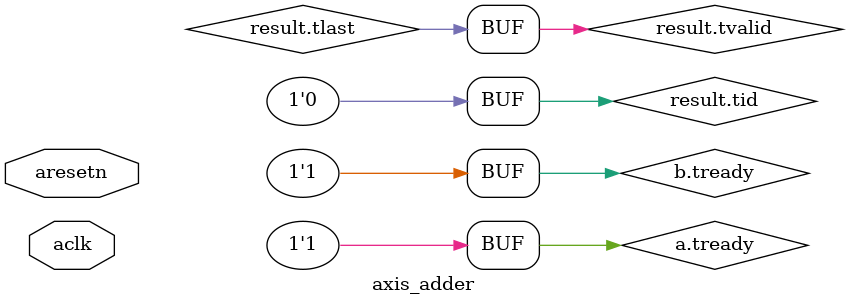
<source format=sv>
`timescale 1 ns / 1 ns

module axis_adder(
	input aclk,
	input aresetn,
	
	IAxiStream.Slave a,
	IAxiStream.Slave b,
	IAxiStream.Master  result
);	
		
	logic ex;
	
	assign a.tready = 1;
	assign b.tready = 1;
	
	assign result.tlast = result.tvalid;
	assign result.tid = 0;
	
	Addition_Subtraction adder(
		a.tdata,
		b.tdata,
		0,
		ex,
		result.tdata 
	);
		
	always_ff@(posedge aclk)
		if (!aresetn)
			result.tvalid <= 0;
		else
			result.tvalid <= a.tvalid & b.tvalid;
endmodule
</source>
